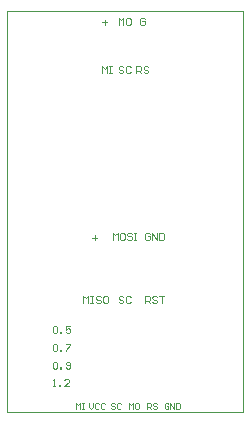
<source format=gto>
G04*
G04 #@! TF.GenerationSoftware,Altium Limited,Altium Designer,22.2.1 (43)*
G04*
G04 Layer_Color=65535*
%FSLAX42Y42*%
%MOMM*%
G71*
G04*
G04 #@! TF.SameCoordinates,2103375D-A71D-46A8-8251-58F9F09037AB*
G04*
G04*
G04 #@! TF.FilePolarity,Positive*
G04*
G01*
G75*
%ADD10C,0.10*%
D10*
X1170Y3331D02*
X1160Y3341D01*
X1140D01*
X1130Y3331D01*
Y3291D01*
X1140Y3281D01*
X1160D01*
X1170Y3291D01*
Y3311D01*
X1150D01*
X1100Y2870D02*
Y2930D01*
X1130D01*
X1140Y2920D01*
Y2900D01*
X1130Y2890D01*
X1100D01*
X1120D02*
X1140Y2870D01*
X1200Y2920D02*
X1190Y2930D01*
X1170D01*
X1160Y2920D01*
Y2910D01*
X1170Y2900D01*
X1190D01*
X1200Y2890D01*
Y2880D01*
X1190Y2870D01*
X1170D01*
X1160Y2880D01*
X950Y3281D02*
Y3341D01*
X970Y3321D01*
X990Y3341D01*
Y3281D01*
X1040Y3341D02*
X1020D01*
X1010Y3331D01*
Y3291D01*
X1020Y3281D01*
X1040D01*
X1050Y3291D01*
Y3331D01*
X1040Y3341D01*
X990Y2920D02*
X980Y2930D01*
X960D01*
X950Y2920D01*
Y2910D01*
X960Y2900D01*
X980D01*
X990Y2890D01*
Y2880D01*
X980Y2870D01*
X960D01*
X950Y2880D01*
X1050Y2920D02*
X1040Y2930D01*
X1020D01*
X1010Y2920D01*
Y2880D01*
X1020Y2870D01*
X1040D01*
X1050Y2880D01*
X830Y3281D02*
Y3321D01*
X810Y3301D02*
X850D01*
X810Y2870D02*
Y2930D01*
X830Y2910D01*
X850Y2930D01*
Y2870D01*
X870Y2930D02*
X890D01*
X880D01*
Y2870D01*
X870D01*
X890D01*
X1371Y72D02*
X1363Y80D01*
X1346D01*
X1338Y72D01*
Y38D01*
X1346Y30D01*
X1363D01*
X1371Y38D01*
Y55D01*
X1355D01*
X1388Y30D02*
Y80D01*
X1421Y30D01*
Y80D01*
X1438D02*
Y30D01*
X1463D01*
X1471Y38D01*
Y72D01*
X1463Y80D01*
X1438D01*
X1188Y30D02*
Y80D01*
X1213D01*
X1221Y72D01*
Y55D01*
X1213Y47D01*
X1188D01*
X1205D02*
X1221Y30D01*
X1271Y72D02*
X1263Y80D01*
X1246D01*
X1238Y72D01*
Y63D01*
X1246Y55D01*
X1263D01*
X1271Y47D01*
Y38D01*
X1263Y30D01*
X1246D01*
X1238Y38D01*
X1038Y30D02*
Y80D01*
X1055Y63D01*
X1071Y80D01*
Y30D01*
X1113Y80D02*
X1096D01*
X1088Y72D01*
Y38D01*
X1096Y30D01*
X1113D01*
X1121Y38D01*
Y72D01*
X1113Y80D01*
X921Y72D02*
X913Y80D01*
X896D01*
X888Y72D01*
Y63D01*
X896Y55D01*
X913D01*
X921Y47D01*
Y38D01*
X913Y30D01*
X896D01*
X888Y38D01*
X971Y72D02*
X963Y80D01*
X946D01*
X938Y72D01*
Y38D01*
X946Y30D01*
X963D01*
X971Y38D01*
X698Y80D02*
Y47D01*
X715Y30D01*
X731Y47D01*
Y80D01*
X781Y72D02*
X773Y80D01*
X756D01*
X748Y72D01*
Y38D01*
X756Y30D01*
X773D01*
X781Y38D01*
X831Y72D02*
X823Y80D01*
X806D01*
X798Y72D01*
Y38D01*
X806Y30D01*
X823D01*
X831Y38D01*
X588Y30D02*
Y80D01*
X605Y63D01*
X621Y80D01*
Y30D01*
X638Y80D02*
X655D01*
X646D01*
Y30D01*
X638D01*
X655D01*
X650Y925D02*
Y985D01*
X670Y965D01*
X690Y985D01*
Y925D01*
X710Y985D02*
X730D01*
X720D01*
Y925D01*
X710D01*
X730D01*
X800Y975D02*
X790Y985D01*
X770D01*
X760Y975D01*
Y965D01*
X770Y955D01*
X790D01*
X800Y945D01*
Y935D01*
X790Y925D01*
X770D01*
X760Y935D01*
X850Y985D02*
X830D01*
X820Y975D01*
Y935D01*
X830Y925D01*
X850D01*
X860Y935D01*
Y975D01*
X850Y985D01*
X745Y1460D02*
Y1500D01*
X725Y1480D02*
X765D01*
X990Y975D02*
X980Y985D01*
X960D01*
X950Y975D01*
Y965D01*
X960Y955D01*
X980D01*
X990Y945D01*
Y935D01*
X980Y925D01*
X960D01*
X950Y935D01*
X1050Y975D02*
X1040Y985D01*
X1020D01*
X1010Y975D01*
Y935D01*
X1020Y925D01*
X1040D01*
X1050Y935D01*
X900Y1461D02*
Y1521D01*
X920Y1501D01*
X940Y1521D01*
Y1461D01*
X990Y1521D02*
X970D01*
X960Y1511D01*
Y1471D01*
X970Y1461D01*
X990D01*
X1000Y1471D01*
Y1511D01*
X990Y1521D01*
X1060Y1511D02*
X1050Y1521D01*
X1030D01*
X1020Y1511D01*
Y1501D01*
X1030Y1491D01*
X1050D01*
X1060Y1481D01*
Y1471D01*
X1050Y1461D01*
X1030D01*
X1020Y1471D01*
X1080Y1521D02*
X1100D01*
X1090D01*
Y1461D01*
X1080D01*
X1100D01*
X1175Y925D02*
Y985D01*
X1205D01*
X1215Y975D01*
Y955D01*
X1205Y945D01*
X1175D01*
X1195D02*
X1215Y925D01*
X1275Y975D02*
X1265Y985D01*
X1245D01*
X1235Y975D01*
Y965D01*
X1245Y955D01*
X1265D01*
X1275Y945D01*
Y935D01*
X1265Y925D01*
X1245D01*
X1235Y935D01*
X1295Y985D02*
X1335D01*
X1315D01*
Y925D01*
X1215Y1511D02*
X1205Y1521D01*
X1185D01*
X1175Y1511D01*
Y1471D01*
X1185Y1461D01*
X1205D01*
X1215Y1471D01*
Y1491D01*
X1195D01*
X1235Y1461D02*
Y1521D01*
X1275Y1461D01*
Y1521D01*
X1295D02*
Y1461D01*
X1325D01*
X1335Y1471D01*
Y1511D01*
X1325Y1521D01*
X1295D01*
X390Y420D02*
X400Y430D01*
X420D01*
X430Y420D01*
Y380D01*
X420Y370D01*
X400D01*
X390Y380D01*
Y420D01*
X450Y370D02*
Y380D01*
X460D01*
Y370D01*
X450D01*
X500Y380D02*
X510Y370D01*
X530D01*
X540Y380D01*
Y420D01*
X530Y430D01*
X510D01*
X500Y420D01*
Y410D01*
X510Y400D01*
X540D01*
X390Y570D02*
X400Y580D01*
X420D01*
X430Y570D01*
Y530D01*
X420Y520D01*
X400D01*
X390Y530D01*
Y570D01*
X450Y520D02*
Y530D01*
X460D01*
Y520D01*
X450D01*
X500Y580D02*
X540D01*
Y570D01*
X500Y530D01*
Y520D01*
X390Y720D02*
X400Y730D01*
X420D01*
X430Y720D01*
Y680D01*
X420Y670D01*
X400D01*
X390Y680D01*
Y720D01*
X450Y670D02*
Y680D01*
X460D01*
Y670D01*
X450D01*
X540Y730D02*
X500D01*
Y700D01*
X520Y710D01*
X530D01*
X540Y700D01*
Y680D01*
X530Y670D01*
X510D01*
X500Y680D01*
X390Y220D02*
X410D01*
X400D01*
Y280D01*
X390Y270D01*
X440Y220D02*
Y230D01*
X450D01*
Y220D01*
X440D01*
X530D02*
X490D01*
X530Y260D01*
Y270D01*
X520Y280D01*
X500D01*
X490Y270D01*
X0Y0D02*
Y3400D01*
X2000D01*
Y0D02*
Y3400D01*
X0Y0D02*
X2000D01*
M02*

</source>
